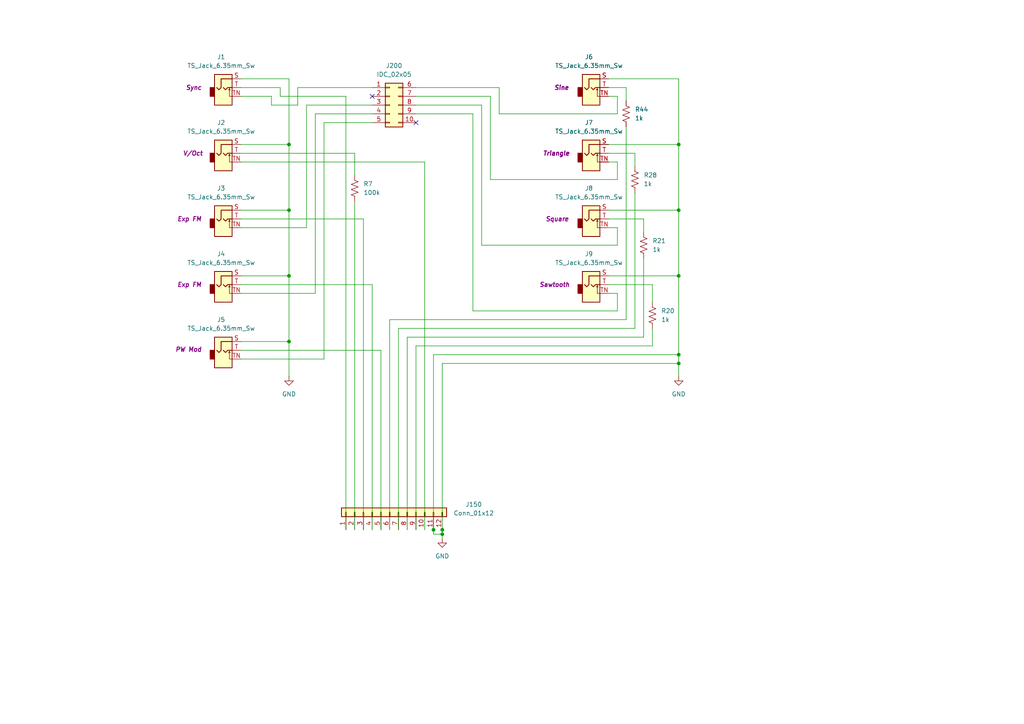
<source format=kicad_sch>
(kicad_sch (version 20231120) (generator "eeschema") (generator_version "8.0")
  (paper "A4")
  (title_block (company "DMH Instruments"))
  (lib_symbols
    (symbol "Connector_Generic:Conn_01x12" (pin_names (offset 1.016) hide)
      (property "Reference" "J" (at 0 15.24 0))
      (property "Value" "Conn_01x12" (at 0 -17.78 0))
      (symbol "Conn_01x12_1_1"
        (rectangle (start -1.27 -15.113) (end 0 -15.367) (stroke (width 0.1524)))
        (rectangle (start -1.27 -12.573) (end 0 -12.827) (stroke (width 0.1524)))
        (rectangle (start -1.27 -10.033) (end 0 -10.287) (stroke (width 0.1524)))
        (rectangle (start -1.27 -7.493) (end 0 -7.747) (stroke (width 0.1524)))
        (rectangle (start -1.27 -4.953) (end 0 -5.207) (stroke (width 0.1524)))
        (rectangle (start -1.27 -2.413) (end 0 -2.667) (stroke (width 0.1524)))
        (rectangle (start -1.27 0.127) (end 0 -0.127) (stroke (width 0.1524)))
        (rectangle (start -1.27 2.667) (end 0 2.413) (stroke (width 0.1524)))
        (rectangle (start -1.27 5.207) (end 0 4.953) (stroke (width 0.1524)))
        (rectangle (start -1.27 7.747) (end 0 7.493) (stroke (width 0.1524)))
        (rectangle (start -1.27 10.287) (end 0 10.033) (stroke (width 0.1524)))
        (rectangle (start -1.27 12.827) (end 0 12.573) (stroke (width 0.1524)))
        (rectangle (start -1.27 13.97) (end 1.27 -16.51) (stroke (width 0.254)) (fill (type background)))
        (pin passive line (at -5.08 12.7 0) (length 3.81) (name "Pin_1") (number "1"))
        (pin passive line (at -5.08 -10.16 0) (length 3.81) (name "Pin_10") (number "10"))
        (pin passive line (at -5.08 -12.7 0) (length 3.81) (name "Pin_11") (number "11"))
        (pin passive line (at -5.08 -15.24 0) (length 3.81) (name "Pin_12") (number "12"))
        (pin passive line (at -5.08 10.16 0) (length 3.81) (name "Pin_2") (number "2"))
        (pin passive line (at -5.08 7.62 0) (length 3.81) (name "Pin_3") (number "3"))
        (pin passive line (at -5.08 5.08 0) (length 3.81) (name "Pin_4") (number "4"))
        (pin passive line (at -5.08 2.54 0) (length 3.81) (name "Pin_5") (number "5"))
        (pin passive line (at -5.08 0 0) (length 3.81) (name "Pin_6") (number "6"))
        (pin passive line (at -5.08 -2.54 0) (length 3.81) (name "Pin_7") (number "7"))
        (pin passive line (at -5.08 -5.08 0) (length 3.81) (name "Pin_8") (number "8"))
        (pin passive line (at -5.08 -7.62 0) (length 3.81) (name "Pin_9") (number "9"))
      )
    )
    (symbol "Device:R_US" (pin_numbers hide) (pin_names (offset 0))
      (property "Reference" "R" (at 2.54 0 90))
      (property "Value" "R_US" (at -2.54 0 90))
      (symbol "R_US_0_1"
        (polyline (pts (xy 0 -2.286) (xy 0 -2.54)))
        (polyline (pts (xy 0 2.286) (xy 0 2.54)))
        (polyline (pts (xy 0 -0.762) (xy 1.016 -1.143) (xy 0 -1.524) (xy -1.016 -1.905) (xy 0 -2.286)))
        (polyline (pts (xy 0 0.762) (xy 1.016 0.381) (xy 0 0) (xy -1.016 -0.381) (xy 0 -0.762)))
        (polyline (pts (xy 0 2.286) (xy 1.016 1.905) (xy 0 1.524) (xy -1.016 1.143) (xy 0 0.762)))
      )
      (symbol "R_US_1_1"
        (pin passive line (at 0 3.81 270) (length 1.27) (name "~") (number "1"))
        (pin passive line (at 0 -3.81 90) (length 1.27) (name "~") (number "2"))
      )
    )
    (symbol "SynthStuff:BackBone_Connector_10Pin" (pin_names (offset 1.016) hide)
      (property "Reference" "J" (at 0 -10.922 0))
      (property "Value" "IDC_02x05" (at 0 -8.382 0))
      (symbol "BackBone_Connector_10Pin_1_1"
        (rectangle (start -2.54 -4.953) (end -1.27 -5.207) (stroke (width 0.1524)))
        (rectangle (start -2.54 -2.413) (end -1.27 -2.667) (stroke (width 0.1524)))
        (rectangle (start -2.54 0.127) (end -1.27 -0.127) (stroke (width 0.1524)))
        (rectangle (start -2.54 2.667) (end -1.27 2.413) (stroke (width 0.1524)))
        (rectangle (start -2.54 5.207) (end -1.27 4.953) (stroke (width 0.1524)))
        (rectangle (start -2.54 6.35) (end 2.54 -6.35) (stroke (width 0.254)) (fill (type background)))
        (rectangle (start 2.54 -4.953) (end 1.27 -5.207) (stroke (width 0.1524)))
        (rectangle (start 2.54 -2.413) (end 1.27 -2.667) (stroke (width 0.1524)))
        (rectangle (start 2.54 0.127) (end 1.27 -0.127) (stroke (width 0.1524)))
        (rectangle (start 2.54 2.667) (end 1.27 2.413) (stroke (width 0.1524)))
        (rectangle (start 2.54 5.207) (end 1.27 4.953) (stroke (width 0.1524)))
        (pin passive line (at -6.35 5.08 0) (length 3.81) (name "Pin_1") (number "1"))
        (pin passive line (at 6.35 -5.08 180) (length 3.81) (name "Pin_10") (number "10"))
        (pin passive line (at -6.35 2.54 0) (length 3.81) (name "Pin_2") (number "2"))
        (pin passive line (at -6.35 0 0) (length 3.81) (name "Pin_3") (number "3"))
        (pin passive line (at -6.35 -2.54 0) (length 3.81) (name "Pin_4") (number "4"))
        (pin passive line (at -6.35 -5.08 0) (length 3.81) (name "Pin_5") (number "5"))
        (pin passive line (at 6.35 5.08 180) (length 3.81) (name "Pin_6") (number "6"))
        (pin passive line (at 6.35 2.54 180) (length 3.81) (name "Pin_7") (number "7"))
        (pin passive line (at 6.35 0 180) (length 3.81) (name "Pin_8") (number "8"))
        (pin passive line (at 6.35 -2.54 180) (length 3.81) (name "Pin_9") (number "9"))
      )
    )
    (symbol "SynthStuff:TS_Jack_6.35mm_Sw"
      (property "Reference" "J" (at -0.635 8.89 0))
      (property "Value" "TS_Jack_6.35mm_Sw" (at -0.635 6.35 0))
      (symbol "TS_Jack_6.35mm_Sw_0_1"
        (rectangle (start -2.54 0) (end -3.81 -2.54) (stroke (width 0.254)) (fill (type outline)))
        (polyline (pts (xy 1.778 -0.254) (xy 2.032 -0.762)))
        (polyline (pts (xy 0 0) (xy 0.635 -0.635) (xy 1.27 0) (xy 2.54 0)) (stroke (width 0.254)))
        (polyline (pts (xy 2.54 -2.54) (xy 1.778 -2.54) (xy 1.778 -0.254) (xy 1.524 -0.762)))
        (polyline (pts (xy 2.54 2.54) (xy -0.635 2.54) (xy -0.635 0) (xy -1.27 -0.635) (xy -1.905 0)) (stroke (width 0.254)))
        (rectangle (start 2.54 3.81) (end -2.54 -5.08) (stroke (width 0.254)) (fill (type background)))
      )
      (symbol "TS_Jack_6.35mm_Sw_1_1"
        (pin passive line (at 5.08 2.54 180) (length 2.54) (name "~") (number "S"))
        (pin passive line (at 5.08 0 180) (length 2.54) (name "~") (number "T"))
        (pin passive line (at 5.08 -2.54 180) (length 2.54) (name "~") (number "TN"))
      )
    )
    (symbol "power:GND" (power) (pin_numbers hide) (pin_names (offset 0) hide)
      (property "Value" "GND" (at 0 -3.81 0))
      (symbol "GND_0_1"
        (polyline (pts (xy 0 0) (xy 0 -1.27) (xy 1.27 -1.27) (xy 0 -2.54) (xy -1.27 -1.27) (xy 0 -1.27)))
      )
      (symbol "GND_1_1"
        (pin power_in line (at 0 0 270) (length 0) (name "~") (number "1"))
      )
    )
  )
  (junction (at 196.85 102.87))
  (junction (at 196.85 60.96))
  (junction (at 196.85 80.01))
  (junction (at 196.85 41.91))
  (junction (at 128.27 154.94))
  (junction (at 83.82 99.06))
  (junction (at 125.73 153.67))
  (junction (at 83.82 80.01))
  (junction (at 128.27 153.67))
  (junction (at 83.82 60.96))
  (junction (at 196.85 105.41))
  (junction (at 83.82 41.91))
  (no_connect (at 107.95 27.94))
  (no_connect (at 120.65 35.56))
  (wire (pts (xy 179.07 52.07) (xy 142.24 52.07)))
  (wire (pts (xy 69.85 104.14) (xy 93.98 104.14)))
  (wire (pts (xy 139.7 30.48) (xy 139.7 71.12)))
  (wire (pts (xy 176.53 46.99) (xy 179.07 46.99)))
  (wire (pts (xy 184.15 95.25) (xy 184.15 55.88)))
  (wire (pts (xy 196.85 105.41) (xy 196.85 109.22)))
  (wire (pts (xy 107.95 35.56) (xy 93.98 35.56)))
  (wire (pts (xy 128.27 154.94) (xy 128.27 156.21)))
  (wire (pts (xy 125.73 102.87) (xy 125.73 153.67)))
  (wire (pts (xy 83.82 99.06) (xy 83.82 109.22)))
  (wire (pts (xy 81.28 27.94) (xy 81.28 25.4)))
  (wire (pts (xy 86.36 25.4) (xy 107.95 25.4)))
  (wire (pts (xy 181.61 25.4) (xy 176.53 25.4)))
  (wire (pts (xy 137.16 33.02) (xy 120.65 33.02)))
  (wire (pts (xy 107.95 33.02) (xy 91.44 33.02)))
  (wire (pts (xy 186.69 97.79) (xy 186.69 74.93)))
  (wire (pts (xy 113.03 92.71) (xy 113.03 153.67)))
  (wire (pts (xy 184.15 44.45) (xy 176.53 44.45)))
  (wire (pts (xy 102.87 58.42) (xy 102.87 153.67)))
  (wire (pts (xy 181.61 92.71) (xy 181.61 36.83)))
  (wire (pts (xy 179.07 85.09) (xy 179.07 90.17)))
  (wire (pts (xy 189.23 87.63) (xy 189.23 82.55)))
  (wire (pts (xy 128.27 153.67) (xy 128.27 154.94)))
  (wire (pts (xy 118.11 97.79) (xy 186.69 97.79)))
  (wire (pts (xy 78.74 30.48) (xy 78.74 27.94)))
  (wire (pts (xy 189.23 82.55) (xy 176.53 82.55)))
  (wire (pts (xy 176.53 66.04) (xy 179.07 66.04)))
  (wire (pts (xy 186.69 63.5) (xy 176.53 63.5)))
  (wire (pts (xy 115.57 95.25) (xy 115.57 153.67)))
  (wire (pts (xy 102.87 44.45) (xy 102.87 50.8)))
  (wire (pts (xy 113.03 92.71) (xy 181.61 92.71)))
  (wire (pts (xy 69.85 99.06) (xy 83.82 99.06)))
  (wire (pts (xy 91.44 33.02) (xy 91.44 85.09)))
  (wire (pts (xy 176.53 85.09) (xy 179.07 85.09)))
  (wire (pts (xy 196.85 80.01) (xy 196.85 102.87)))
  (wire (pts (xy 137.16 33.02) (xy 137.16 90.17)))
  (wire (pts (xy 100.33 27.94) (xy 100.33 153.67)))
  (wire (pts (xy 83.82 41.91) (xy 83.82 60.96)))
  (wire (pts (xy 125.73 102.87) (xy 196.85 102.87)))
  (wire (pts (xy 186.69 67.31) (xy 186.69 63.5)))
  (wire (pts (xy 196.85 41.91) (xy 196.85 60.96)))
  (wire (pts (xy 176.53 60.96) (xy 196.85 60.96)))
  (wire (pts (xy 105.41 63.5) (xy 69.85 63.5)))
  (wire (pts (xy 176.53 22.86) (xy 196.85 22.86)))
  (wire (pts (xy 196.85 22.86) (xy 196.85 41.91)))
  (wire (pts (xy 69.85 60.96) (xy 83.82 60.96)))
  (wire (pts (xy 93.98 35.56) (xy 93.98 104.14)))
  (wire (pts (xy 88.9 66.04) (xy 69.85 66.04)))
  (wire (pts (xy 128.27 105.41) (xy 196.85 105.41)))
  (wire (pts (xy 179.07 46.99) (xy 179.07 52.07)))
  (wire (pts (xy 83.82 22.86) (xy 83.82 41.91)))
  (wire (pts (xy 176.53 27.94) (xy 179.07 27.94)))
  (wire (pts (xy 69.85 44.45) (xy 102.87 44.45)))
  (wire (pts (xy 120.65 25.4) (xy 144.78 25.4)))
  (wire (pts (xy 69.85 85.09) (xy 91.44 85.09)))
  (wire (pts (xy 179.07 66.04) (xy 179.07 71.12)))
  (wire (pts (xy 179.07 33.02) (xy 144.78 33.02)))
  (wire (pts (xy 120.65 100.33) (xy 120.65 153.67)))
  (wire (pts (xy 105.41 63.5) (xy 105.41 153.67)))
  (wire (pts (xy 181.61 29.21) (xy 181.61 25.4)))
  (wire (pts (xy 176.53 41.91) (xy 196.85 41.91)))
  (wire (pts (xy 100.33 27.94) (xy 81.28 27.94)))
  (wire (pts (xy 196.85 102.87) (xy 196.85 105.41)))
  (wire (pts (xy 69.85 22.86) (xy 83.82 22.86)))
  (wire (pts (xy 142.24 52.07) (xy 142.24 27.94)))
  (wire (pts (xy 125.73 154.94) (xy 125.73 153.67)))
  (wire (pts (xy 123.19 46.99) (xy 123.19 153.67)))
  (wire (pts (xy 118.11 97.79) (xy 118.11 153.67)))
  (wire (pts (xy 179.07 27.94) (xy 179.07 33.02)))
  (wire (pts (xy 69.85 80.01) (xy 83.82 80.01)))
  (wire (pts (xy 123.19 46.99) (xy 69.85 46.99)))
  (wire (pts (xy 81.28 25.4) (xy 69.85 25.4)))
  (wire (pts (xy 83.82 80.01) (xy 83.82 99.06)))
  (wire (pts (xy 176.53 80.01) (xy 196.85 80.01)))
  (wire (pts (xy 179.07 90.17) (xy 137.16 90.17)))
  (wire (pts (xy 69.85 41.91) (xy 83.82 41.91)))
  (wire (pts (xy 78.74 27.94) (xy 69.85 27.94)))
  (wire (pts (xy 115.57 95.25) (xy 184.15 95.25)))
  (wire (pts (xy 83.82 60.96) (xy 83.82 80.01)))
  (wire (pts (xy 120.65 100.33) (xy 189.23 100.33)))
  (wire (pts (xy 86.36 30.48) (xy 86.36 25.4)))
  (wire (pts (xy 107.95 30.48) (xy 88.9 30.48)))
  (wire (pts (xy 88.9 30.48) (xy 88.9 66.04)))
  (wire (pts (xy 139.7 30.48) (xy 120.65 30.48)))
  (wire (pts (xy 196.85 60.96) (xy 196.85 80.01)))
  (wire (pts (xy 184.15 48.26) (xy 184.15 44.45)))
  (wire (pts (xy 107.95 82.55) (xy 69.85 82.55)))
  (wire (pts (xy 78.74 30.48) (xy 86.36 30.48)))
  (wire (pts (xy 120.65 27.94) (xy 142.24 27.94)))
  (wire (pts (xy 110.49 101.6) (xy 110.49 153.67)))
  (wire (pts (xy 128.27 105.41) (xy 128.27 153.67)))
  (wire (pts (xy 189.23 100.33) (xy 189.23 95.25)))
  (wire (pts (xy 144.78 33.02) (xy 144.78 25.4)))
  (wire (pts (xy 179.07 71.12) (xy 139.7 71.12)))
  (wire (pts (xy 128.27 154.94) (xy 125.73 154.94)))
  (wire (pts (xy 107.95 82.55) (xy 107.95 153.67)))
  (wire (pts (xy 69.85 101.6) (xy 110.49 101.6)))
  (symbol (lib_id "SynthStuff:TS_Jack_6.35mm_Sw") (at 64.77 25.4 0) (unit 1)
    (property "Reference" "J1" (at 64.135 16.51 0))
    (property "Value" "TS_Jack_6.35mm_Sw" (at 64.135 19.05 0))
    (property "Footprint" "SynthStuff:CUI_MJ-63052A" (effects (hide yes)))
    (property "Description" "Audio Jack, 2 Poles (Mono / TS), Switched T Pole (Normalling), 6.35mm, 1/4inch" (effects (hide yes)))
    (property "Function" "Sync" (at 56.134 25.4 0) (effects (font (bold yes) (italic yes))))
  )
  (symbol (lib_id "Device:R_US") (at 189.23 91.44 0) (unit 1)
    (property "Reference" "R20" (at 191.77 90.1699 0) (effects (justify left)))
    (property "Value" "1k" (at 191.77 92.7099 0) (effects (justify left)))
    (property "Footprint" "Resistor_THT:R_Axial_DIN0207_L6.3mm_D2.5mm_P7.62mm_Horizontal" (effects (hide yes)))
    (property "Description" "Resistor, US symbol" (effects (hide yes)))
  )
  (symbol (lib_id "SynthStuff:TS_Jack_6.35mm_Sw") (at 64.77 63.5 0) (unit 1)
    (property "Reference" "J3" (at 64.135 54.61 0))
    (property "Value" "TS_Jack_6.35mm_Sw" (at 64.135 57.15 0))
    (property "Footprint" "SynthStuff:CUI_MJ-63052A" (effects (hide yes)))
    (property "Description" "Audio Jack, 2 Poles (Mono / TS), Switched T Pole (Normalling), 6.35mm, 1/4inch" (effects (hide yes)))
    (property "Function" "Exp FM" (at 54.864 63.5 0) (effects (font (bold yes) (italic yes))))
  )
  (symbol (lib_id "SynthStuff:TS_Jack_6.35mm_Sw") (at 64.77 44.45 0) (unit 1)
    (property "Reference" "J2" (at 64.135 35.56 0))
    (property "Value" "TS_Jack_6.35mm_Sw" (at 64.135 38.1 0))
    (property "Footprint" "SynthStuff:CUI_MJ-63052A" (effects (hide yes)))
    (property "Description" "Audio Jack, 2 Poles (Mono / TS), Switched T Pole (Normalling), 6.35mm, 1/4inch" (effects (hide yes)))
    (property "Function" "V/Oct" (at 55.88 44.45 0) (effects (font (bold yes) (italic yes))))
  )
  (symbol (lib_id "SynthStuff:BackBone_Connector_10Pin") (at 114.3 30.48 0) (unit 1)
    (property "Reference" "J200" (at 114.3 19.05 0))
    (property "Value" "IDC_02x05" (at 114.3 21.59 0))
    (property "Footprint" "SynthStuff:IDC-Header_2x05_P2.54mm_Vertical_BackBone" (effects (hide yes)))
    (property "Description" "IDC jack, 2x5 pins, row a carries same signals as row b." (effects (hide yes)))
  )
  (symbol (lib_id "power:GND") (at 128.27 156.21 0) (unit 1)
    (property "Reference" "#PWR01" (effects (hide yes)))
    (property "Value" "GND" (at 128.27 161.29 0))
    (property "Description" "Power symbol creates a global label with name \"GND\" , ground" (effects (hide yes)))
  )
  (symbol (lib_id "SynthStuff:TS_Jack_6.35mm_Sw") (at 64.77 82.55 0) (unit 1)
    (property "Reference" "J4" (at 64.135 73.66 0))
    (property "Value" "TS_Jack_6.35mm_Sw" (at 64.135 76.2 0))
    (property "Footprint" "SynthStuff:CUI_MJ-63052A" (effects (hide yes)))
    (property "Description" "Audio Jack, 2 Poles (Mono / TS), Switched T Pole (Normalling), 6.35mm, 1/4inch" (effects (hide yes)))
    (property "Function" "Exp FM" (at 54.864 82.55 0) (effects (font (bold yes) (italic yes))))
  )
  (symbol (lib_id "Device:R_US") (at 181.61 33.02 180) (unit 1)
    (property "Reference" "R44" (at 184.15 31.7499 0) (effects (justify right)))
    (property "Value" "1k" (at 184.15 34.2899 0) (effects (justify right)))
    (property "Footprint" "Resistor_THT:R_Axial_DIN0207_L6.3mm_D2.5mm_P7.62mm_Horizontal" (effects (hide yes)))
    (property "Description" "Resistor, US symbol" (effects (hide yes)))
  )
  (symbol (lib_id "SynthStuff:TS_Jack_6.35mm_Sw") (at 64.77 101.6 0) (unit 1)
    (property "Reference" "J5" (at 64.135 92.71 0))
    (property "Value" "TS_Jack_6.35mm_Sw" (at 64.135 95.25 0))
    (property "Footprint" "SynthStuff:CUI_MJ-63052A" (effects (hide yes)))
    (property "Description" "Audio Jack, 2 Poles (Mono / TS), Switched T Pole (Normalling), 6.35mm, 1/4inch" (effects (hide yes)))
    (property "Function" "PW Mod" (at 54.61 101.346 0) (effects (font (bold yes) (italic yes))))
  )
  (symbol (lib_id "power:GND") (at 196.85 109.22 0) (unit 1)
    (property "Reference" "#PWR06" (effects (hide yes)))
    (property "Value" "GND" (at 196.85 114.3 0))
    (property "Description" "Power symbol creates a global label with name \"GND\" , ground" (effects (hide yes)))
  )
  (symbol (lib_id "SynthStuff:TS_Jack_6.35mm_Sw") (at 171.45 82.55 0) (unit 1)
    (property "Reference" "J9" (at 170.815 73.66 0))
    (property "Value" "TS_Jack_6.35mm_Sw" (at 170.815 76.2 0))
    (property "Footprint" "SynthStuff:CUI_MJ-63052A" (effects (hide yes)))
    (property "Description" "Audio Jack, 2 Poles (Mono / TS), Switched T Pole (Normalling), 6.35mm, 1/4inch" (effects (hide yes)))
    (property "Function" "Sawtooth" (at 160.782 82.55 0) (effects (font (bold yes) (italic yes))))
  )
  (symbol (lib_id "Device:R_US") (at 102.87 54.61 180) (unit 1)
    (property "Reference" "R7" (at 105.41 53.3399 0) (effects (justify right)))
    (property "Value" "100k" (at 105.41 55.8799 0) (effects (justify right)))
    (property "Footprint" "Resistor_THT:R_Axial_DIN0207_L6.3mm_D2.5mm_P7.62mm_Horizontal" (effects (hide yes)))
    (property "Description" "Resistor, US symbol" (effects (hide yes)))
  )
  (symbol (lib_id "Device:R_US") (at 184.15 52.07 180) (unit 1)
    (property "Reference" "R28" (at 186.69 50.7999 0) (effects (justify right)))
    (property "Value" "1k" (at 186.69 53.3399 0) (effects (justify right)))
    (property "Footprint" "Resistor_THT:R_Axial_DIN0207_L6.3mm_D2.5mm_P7.62mm_Horizontal" (effects (hide yes)))
    (property "Description" "Resistor, US symbol" (effects (hide yes)))
  )
  (symbol (lib_id "Connector_Generic:Conn_01x12") (at 113.03 148.59 90) (unit 1)
    (property "Reference" "J150" (at 137.414 146.304 90))
    (property "Value" "Conn_01x12" (at 137.414 148.844 90))
    (property "Footprint" "Connector_PinHeader_2.54mm:PinHeader_1x12_P2.54mm_Vertical" (effects (hide yes)))
    (property "Description" "Generic connector, single row, 01x12, script generated (kicad-library-utils/schlib/autogen/connector/)" (effects (hide yes)))
  )
  (symbol (lib_id "power:GND") (at 83.82 109.22 0) (unit 1)
    (property "Reference" "#PWR05" (effects (hide yes)))
    (property "Value" "GND" (at 83.82 114.3 0))
    (property "Description" "Power symbol creates a global label with name \"GND\" , ground" (effects (hide yes)))
  )
  (symbol (lib_id "SynthStuff:TS_Jack_6.35mm_Sw") (at 171.45 44.45 0) (unit 1)
    (property "Reference" "J7" (at 170.815 35.56 0))
    (property "Value" "TS_Jack_6.35mm_Sw" (at 170.815 38.1 0))
    (property "Footprint" "SynthStuff:CUI_MJ-63052A" (effects (hide yes)))
    (property "Description" "Audio Jack, 2 Poles (Mono / TS), Switched T Pole (Normalling), 6.35mm, 1/4inch" (effects (hide yes)))
    (property "Function" "Triangle" (at 161.29 44.45 0) (effects (font (bold yes) (italic yes))))
  )
  (symbol (lib_id "SynthStuff:TS_Jack_6.35mm_Sw") (at 171.45 63.5 0) (unit 1)
    (property "Reference" "J8" (at 170.815 54.61 0))
    (property "Value" "TS_Jack_6.35mm_Sw" (at 170.815 57.15 0))
    (property "Footprint" "SynthStuff:CUI_MJ-63052A" (effects (hide yes)))
    (property "Description" "Audio Jack, 2 Poles (Mono / TS), Switched T Pole (Normalling), 6.35mm, 1/4inch" (effects (hide yes)))
    (property "Function" "Square" (at 161.544 63.5 0) (effects (font (bold yes) (italic yes))))
  )
  (symbol (lib_id "Device:R_US") (at 186.69 71.12 0) (unit 1)
    (property "Reference" "R21" (at 189.23 69.8499 0) (effects (justify left)))
    (property "Value" "1k" (at 189.23 72.3899 0) (effects (justify left)))
    (property "Footprint" "Resistor_THT:R_Axial_DIN0207_L6.3mm_D2.5mm_P7.62mm_Horizontal" (effects (hide yes)))
    (property "Description" "Resistor, US symbol" (effects (hide yes)))
  )
  (symbol (lib_id "SynthStuff:TS_Jack_6.35mm_Sw") (at 171.45 25.4 0) (unit 1)
    (property "Reference" "J6" (at 170.815 16.51 0))
    (property "Value" "TS_Jack_6.35mm_Sw" (at 170.815 19.05 0))
    (property "Footprint" "SynthStuff:CUI_MJ-63052A" (effects (hide yes)))
    (property "Description" "Audio Jack, 2 Poles (Mono / TS), Switched T Pole (Normalling), 6.35mm, 1/4inch" (effects (hide yes)))
    (property "Function" "Sine" (at 162.814 25.4 0) (effects (font (bold yes) (italic yes))))
  )
)
</source>
